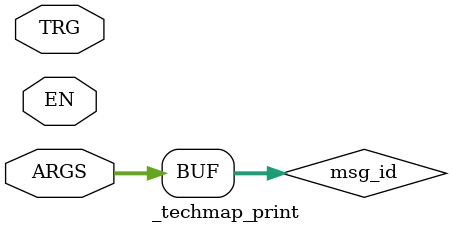
<source format=v>


(* techmap_celltype = "$check" *)
module _techmap_check (TRG, EN, A, ARGS);
    parameter TRG_WIDTH = 1;
    parameter TRG_ENABLE = 1;
    parameter TRG_POLARITY = 1'b1;
    parameter PRIORITY = 0;
    parameter ARGS_WIDTH = 0;
    parameter FORMAT = "";
    parameter FLAVOR = "assert";

    input [TRG_WIDTH-1:0] TRG;
    input EN;
    input A;
    input [ARGS_WIDTH-1:0] ARGS;

    // Only map assertion-type checks (not cover statements)
    // Cover statements are for verification, not runtime checking
    generate
        if (FLAVOR == "assert" || FLAVOR == "assume") begin
            // For triggered assertions, use the trigger as clock
            if (TRG_ENABLE && TRG_WIDTH == 1) begin
                GEM_ASSERT _TECHMAP_REPLACE_ (
                    .CLK(TRG[0]),
                    .EN(EN),
                    .A(A)
                );
            end else begin
                // For non-triggered assertions, tie CLK high (always active)
                GEM_ASSERT _TECHMAP_REPLACE_ (
                    .CLK(1'b1),
                    .EN(EN),
                    .A(A)
                );
            end
        end
        // Cover statements are silently dropped (not needed for simulation)
    endgenerate
endmodule

// Convert $assert cells directly
(* techmap_celltype = "$assert" *)
module _techmap_assert (A, EN);
    input A;
    input EN;

    GEM_ASSERT _TECHMAP_REPLACE_ (
        .CLK(1'b1),
        .EN(EN),
        .A(A)
    );
endmodule

// Convert $assume cells (treat as assertions for simulation)
(* techmap_celltype = "$assume" *)
module _techmap_assume (A, EN);
    input A;
    input EN;

    GEM_ASSERT _TECHMAP_REPLACE_ (
        .CLK(1'b1),
        .EN(EN),
        .A(A)
    );
endmodule

// Convert $print cells to GEM_DISPLAY
// $print has: TRG (trigger), EN (enable), ARGS (format arguments)
// FORMAT parameter contains the format string
// GEM_DISPLAY stores the format in an attribute and passes ARGS as MSG_ID (truncated to 32 bits)
// The full ARGS and FORMAT are reconstructed from the original $print cell
//
// Note: For full $display support, we need to track:
// 1. Format string (from FORMAT parameter)
// 2. Argument signals (from ARGS connection)
// 3. Argument widths (from ARGS_WIDTH or inferred from FORMAT)
//
// The GEM_DISPLAY cell uses MSG_ID to index into a message table built at compile time.
// For now, we use a simplified approach: MSG_ID[31:0] = first 32 bits of ARGS

(* techmap_celltype = "$print" *)
module _techmap_print (TRG, EN, ARGS);
    parameter TRG_WIDTH = 1;
    parameter TRG_ENABLE = 1;
    parameter TRG_POLARITY = 1'b1;
    parameter PRIORITY = 0;
    parameter ARGS_WIDTH = 32;
    parameter FORMAT = "";

    input [TRG_WIDTH-1:0] TRG;
    input EN;
    input [ARGS_WIDTH-1:0] ARGS;

    // For GEM_DISPLAY, we pass the first 32 bits of ARGS as MSG_ID
    // The actual formatting is done on the CPU side using the message table
    wire [31:0] msg_id;

    generate
        if (TRG_ENABLE && TRG_WIDTH == 1) begin
            if (ARGS_WIDTH >= 32) begin
                assign msg_id = ARGS[31:0];
            end else begin
                assign msg_id = {{(32-ARGS_WIDTH){1'b0}}, ARGS};
            end

            // Create GEM_DISPLAY with FORMAT preserved as attribute
            (* gem_format = FORMAT *)
            (* gem_args_width = ARGS_WIDTH *)
            GEM_DISPLAY _TECHMAP_REPLACE_ (
                .CLK(TRG[0]),
                .EN(EN),
                .MSG_ID(msg_id)
            );
        end
        // Non-triggered $print cells are not supported yet
    endgenerate
endmodule

</source>
